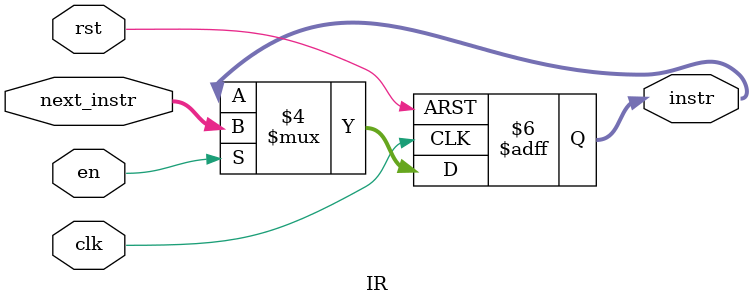
<source format=v>
`timescale 1ns / 1ps
module IR(
	input clk,
	input rst,
	input en,
	input [31:0]next_instr,
	output reg [31:0]instr
    );

always@(posedge clk or negedge rst)
begin
	if(~rst)instr<=0;
	else if(en)
		instr<=next_instr;
	else instr<=instr;
end


endmodule

</source>
